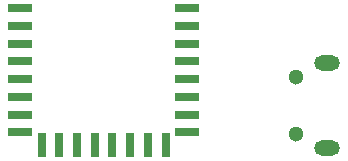
<source format=gbr>
%TF.GenerationSoftware,KiCad,Pcbnew,5.1.9-73d0e3b20d~88~ubuntu20.04.1*%
%TF.CreationDate,2021-02-04T03:58:01+01:00*%
%TF.ProjectId,MorphWatch-STM32,4d6f7270-6857-4617-9463-682d53544d33,rev?*%
%TF.SameCoordinates,Original*%
%TF.FileFunction,Paste,Bot*%
%TF.FilePolarity,Positive*%
%FSLAX46Y46*%
G04 Gerber Fmt 4.6, Leading zero omitted, Abs format (unit mm)*
G04 Created by KiCad (PCBNEW 5.1.9-73d0e3b20d~88~ubuntu20.04.1) date 2021-02-04 03:58:01*
%MOMM*%
%LPD*%
G01*
G04 APERTURE LIST*
%ADD10O,2.200000X1.300000*%
%ADD11C,1.300000*%
%ADD12R,0.800000X2.000000*%
%ADD13R,2.000000X0.800000*%
G04 APERTURE END LIST*
D10*
%TO.C,J1*%
X149982000Y-80190000D03*
X149982000Y-87390000D03*
D11*
X147312000Y-86215000D03*
X147312000Y-81365000D03*
%TD*%
D12*
%TO.C,U3*%
X125814000Y-87187500D03*
X127314000Y-87187500D03*
X128814000Y-87187500D03*
X130314000Y-87187500D03*
X131814000Y-87187500D03*
X133314000Y-87187500D03*
X134814000Y-87187500D03*
D13*
X138134000Y-86087500D03*
X123994000Y-86087500D03*
X123994000Y-84587500D03*
X138134000Y-84587500D03*
X138134000Y-83087500D03*
X123994000Y-83087500D03*
X123994000Y-81587500D03*
X138134000Y-81587500D03*
X138134000Y-80087500D03*
X123994000Y-80087500D03*
X123994000Y-78587500D03*
X138134000Y-78587500D03*
X138134000Y-77087500D03*
X123994000Y-77087500D03*
X123994000Y-75587500D03*
D12*
X136314000Y-87187500D03*
D13*
X138134000Y-75587500D03*
%TD*%
M02*

</source>
